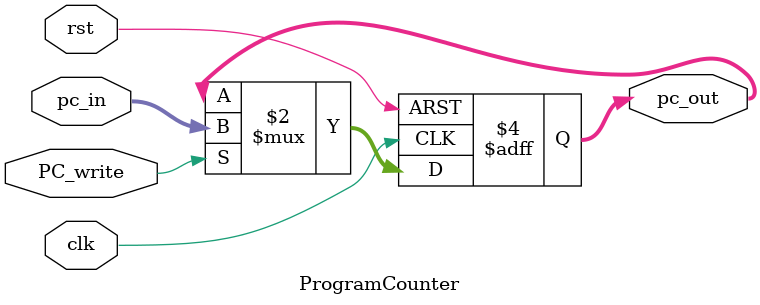
<source format=sv>
module ProgramCounter(clk,rst,PC_write,pc_in,pc_out);
input clk,rst,PC_write;
input [31:0] pc_in;
output logic [31:0] pc_out;

always_ff @ (posedge clk or posedge rst)
begin
	if (rst)
	begin
		pc_out <= 32'd0;
	end
	else if (PC_write)
	begin
		pc_out <= pc_in;
	end
end
endmodule
</source>
